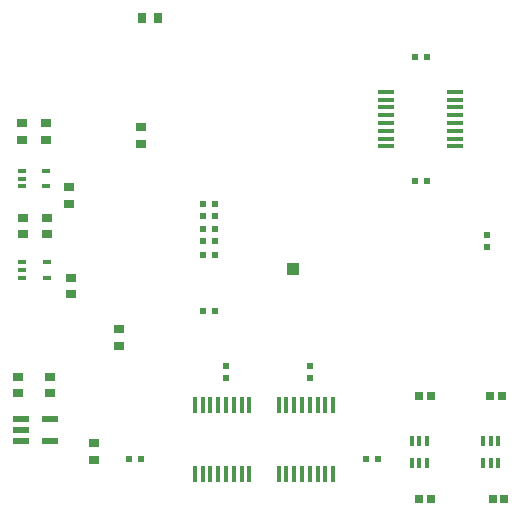
<source format=gtp>
%FSDAX24Y24*%
%MOIN*%
%SFA1B1*%

%IPPOS*%
%AMD22*
4,1,8,-0.012800,0.005800,-0.012800,-0.005800,-0.010800,-0.007800,0.010800,-0.007800,0.012800,-0.005800,0.012800,0.005800,0.010800,0.007800,-0.010800,0.007800,-0.012800,0.005800,0.0*
1,1,0.004000,-0.010800,0.005800*
1,1,0.004000,-0.010800,-0.005800*
1,1,0.004000,0.010800,-0.005800*
1,1,0.004000,0.010800,0.005800*
%
%AMD27*
4,1,8,-0.003900,-0.016700,0.003900,-0.016700,0.007800,-0.012800,0.007800,0.012800,0.003900,0.016700,-0.003900,0.016700,-0.007800,0.012800,-0.007800,-0.012800,-0.003900,-0.016700,0.0*
1,1,0.007800,-0.003900,-0.012800*
1,1,0.007800,0.003900,-0.012800*
1,1,0.007800,0.003900,0.012800*
1,1,0.007800,-0.003900,0.012800*
%
%ADD18R,0.043300X0.043300*%
%ADD19R,0.058000X0.022000*%
%ADD20R,0.028300X0.028300*%
%ADD21R,0.019700X0.023600*%
G04~CAMADD=22~8~0.0~0.0~157.0~256.0~20.0~0.0~15~0.0~0.0~0.0~0.0~0~0.0~0.0~0.0~0.0~0~0.0~0.0~0.0~90.0~256.0~156.0*
%ADD22D22*%
%ADD23R,0.035400X0.031500*%
%ADD24R,0.056000X0.014000*%
%ADD25R,0.014000X0.056000*%
%ADD26R,0.023600X0.019700*%
G04~CAMADD=27~8~0.0~0.0~157.0~335.0~39.0~0.0~15~0.0~0.0~0.0~0.0~0~0.0~0.0~0.0~0.0~0~0.0~0.0~0.0~180.0~156.0~334.0*
%ADD27D27*%
%ADD28R,0.031500X0.035400*%
%LNee194_yesdig_pcb-1*%
%LPD*%
G54D18*
X038017Y029803D03*
G54D19*
X028965Y024819D03*
Y024449D03*
Y024079D03*
X029905D03*
Y024819D03*
G54D20*
X044671Y022126D03*
X045065D03*
X042230D03*
X042624D03*
X044986Y025591D03*
X044592D03*
X042624D03*
X042230D03*
G54D21*
X038578Y026569D03*
Y026175D03*
X035784Y026570D03*
Y026176D03*
X044487Y030555D03*
Y030949D03*
G54D22*
X029791Y033074D03*
Y032562D03*
X028984D03*
Y032818D03*
Y033074D03*
X029810Y030026D03*
Y029515D03*
X029003D03*
Y029770D03*
Y030026D03*
G54D23*
X029821Y030967D03*
Y031518D03*
X029033Y030967D03*
Y031518D03*
X028844Y025669D03*
Y026220D03*
X029907Y025669D03*
Y026220D03*
X032230Y027244D03*
Y027795D03*
X030608Y028959D03*
Y029511D03*
X031400Y023450D03*
Y024001D03*
X032961Y034530D03*
Y033978D03*
X029781Y034668D03*
Y034117D03*
X030569Y031991D03*
Y032542D03*
X028994Y034117D03*
Y034668D03*
G54D24*
X041119Y035713D03*
Y035453D03*
Y035193D03*
Y034933D03*
Y034673D03*
Y034413D03*
Y034153D03*
Y033893D03*
X043419D03*
Y034153D03*
Y034413D03*
Y034673D03*
Y034933D03*
Y035193D03*
Y035453D03*
Y035713D03*
G54D25*
X036564Y025284D03*
X036304D03*
X036044D03*
X035784D03*
X035524D03*
X035264D03*
X035004D03*
X034744D03*
Y022984D03*
X035004D03*
X035264D03*
X035524D03*
X035784D03*
X036044D03*
X036304D03*
X036564D03*
X039359D03*
X039099D03*
X038839D03*
X038579D03*
X038319D03*
X038059D03*
X037799D03*
X037539D03*
Y025284D03*
X037799D03*
X038059D03*
X038319D03*
X038579D03*
X038839D03*
X039099D03*
X039359D03*
G54D26*
X035021Y028410D03*
X035415D03*
X035025Y031989D03*
X035419D03*
X035021Y031563D03*
X035415D03*
X035027Y031142D03*
X035421D03*
X035023Y030269D03*
X035417D03*
X035021Y030730D03*
X035415D03*
X042088Y032751D03*
X042482D03*
X042088Y036869D03*
X042482D03*
X040466Y023473D03*
X040860D03*
X032941D03*
X032547D03*
G54D27*
X042486Y024075D03*
X042230D03*
X041974D03*
X042486Y023346D03*
X042230D03*
X041974D03*
X044868Y024075D03*
X044612D03*
X044356D03*
X044868Y023346D03*
X044612D03*
X044356D03*
G54D28*
X032978Y038189D03*
X033529D03*
M02*
</source>
